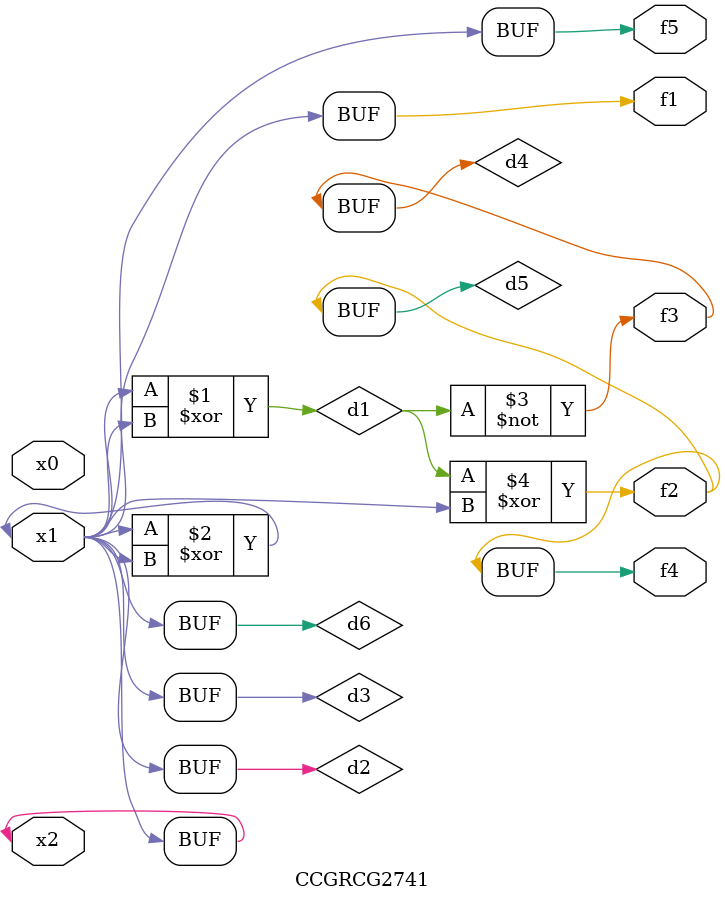
<source format=v>
module CCGRCG2741(
	input x0, x1, x2,
	output f1, f2, f3, f4, f5
);

	wire d1, d2, d3, d4, d5, d6;

	xor (d1, x1, x2);
	buf (d2, x1, x2);
	xor (d3, x1, x2);
	nor (d4, d1);
	xor (d5, d1, d2);
	buf (d6, d2, d3);
	assign f1 = d6;
	assign f2 = d5;
	assign f3 = d4;
	assign f4 = d5;
	assign f5 = d6;
endmodule

</source>
